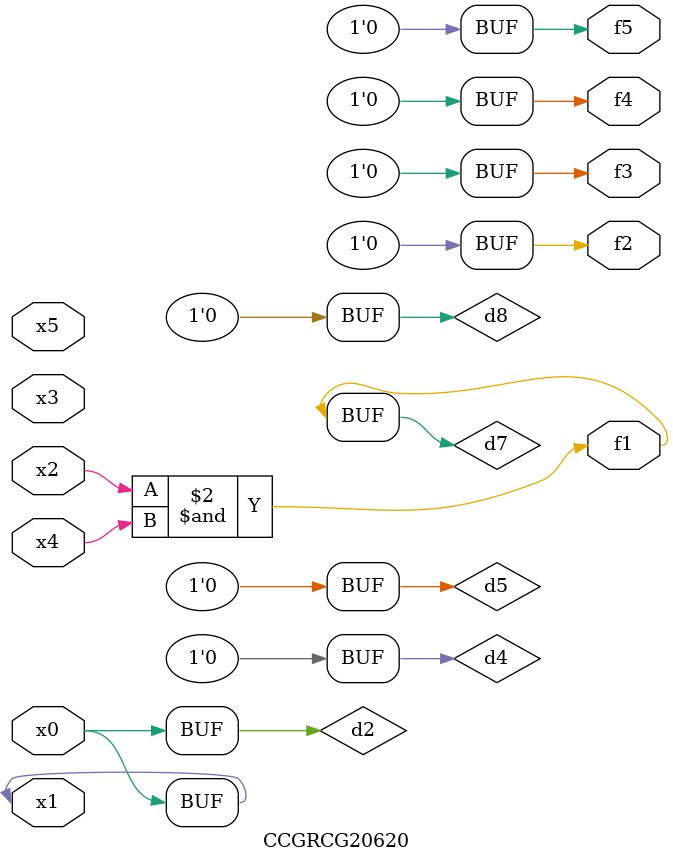
<source format=v>
module CCGRCG20620(
	input x0, x1, x2, x3, x4, x5,
	output f1, f2, f3, f4, f5
);

	wire d1, d2, d3, d4, d5, d6, d7, d8, d9;

	nand (d1, x1);
	buf (d2, x0, x1);
	nand (d3, x2, x4);
	and (d4, d1, d2);
	and (d5, d1, d2);
	nand (d6, d1, d3);
	not (d7, d3);
	xor (d8, d5);
	nor (d9, d5, d6);
	assign f1 = d7;
	assign f2 = d8;
	assign f3 = d8;
	assign f4 = d8;
	assign f5 = d8;
endmodule

</source>
